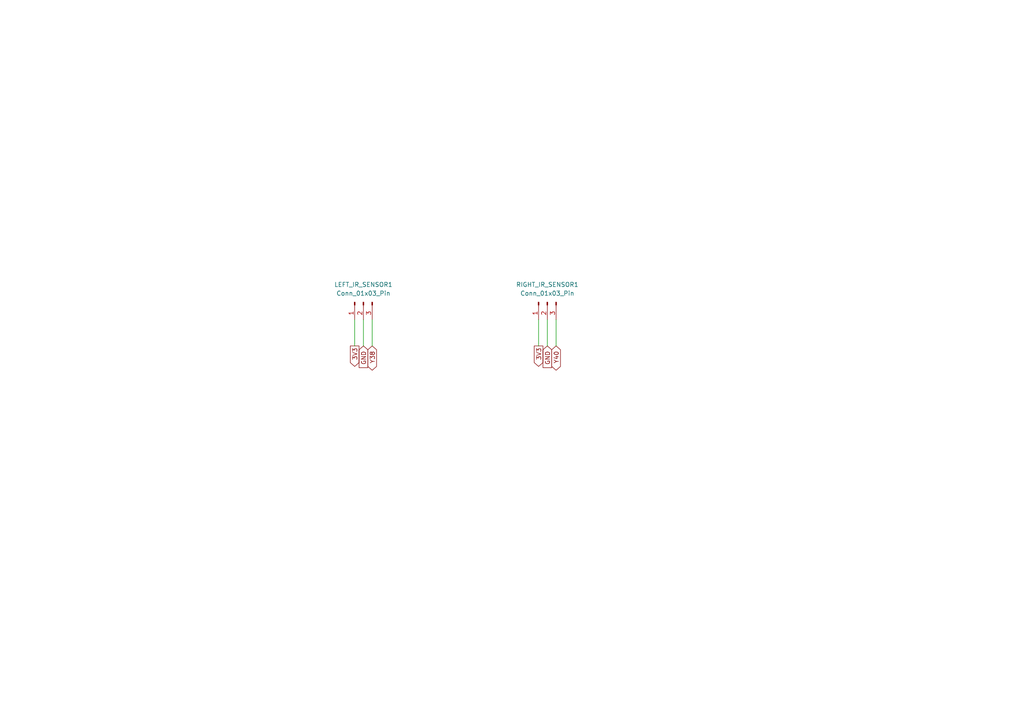
<source format=kicad_sch>
(kicad_sch (version 20231120) (generator "eeschema") (generator_version "8.0")
  (paper "A4")
  (lib_symbols
    (symbol "Connector:Conn_01x03_Pin" (pin_names (offset 1.016) hide)
      (property "Reference" "J" (at 0 5.08 0))
      (property "Value" "Conn_01x03_Pin" (at 0 -5.08 0))
      (symbol "Conn_01x03_Pin_1_1"
        (polyline (pts (xy 1.27 -2.54) (xy 0.8636 -2.54)) (stroke (width 0.1524)))
        (polyline (pts (xy 1.27 0) (xy 0.8636 0)) (stroke (width 0.1524)))
        (polyline (pts (xy 1.27 2.54) (xy 0.8636 2.54)) (stroke (width 0.1524)))
        (rectangle (start 0.8636 -2.413) (end 0 -2.667) (stroke (width 0.1524)) (fill (type outline)))
        (rectangle (start 0.8636 0.127) (end 0 -0.127) (stroke (width 0.1524)) (fill (type outline)))
        (rectangle (start 0.8636 2.667) (end 0 2.413) (stroke (width 0.1524)) (fill (type outline)))
        (pin passive line (at 5.08 2.54 180) (length 3.81) (name "Pin_1") (number "1"))
        (pin passive line (at 5.08 0 180) (length 3.81) (name "Pin_2") (number "2"))
        (pin passive line (at 5.08 -2.54 180) (length 3.81) (name "Pin_3") (number "3"))
      )
    )
  )
  (wire (pts (xy 156.21 92.71) (xy 156.21 100.33)))
  (wire (pts (xy 161.29 92.71) (xy 161.29 100.33)))
  (wire (pts (xy 158.75 92.71) (xy 158.75 100.33)))
  (wire (pts (xy 102.87 92.71) (xy 102.87 100.33)))
  (wire (pts (xy 105.41 92.71) (xy 105.41 100.33)))
  (wire (pts (xy 107.95 92.71) (xy 107.95 100.33)))
  (global_label "3V3" (shape output) (at 102.87 100.33 270) (property "Intersheetrefs" "${INTERSHEET_REFS}" (effects (hide yes))))
  (global_label "3V3" (shape output) (at 156.21 100.33 270) (property "Intersheetrefs" "${INTERSHEET_REFS}" (effects (hide yes))))
  (global_label "GND" (shape input) (at 105.41 100.33 270) (property "Intersheetrefs" "${INTERSHEET_REFS}" (effects (hide yes))))
  (global_label "Y38" (shape bidirectional) (at 107.95 100.33 270) (property "Intersheetrefs" "${INTERSHEET_REFS}" (effects (hide yes))))
  (global_label "GND" (shape input) (at 158.75 100.33 270) (property "Intersheetrefs" "${INTERSHEET_REFS}" (effects (hide yes))))
  (global_label "Y40" (shape bidirectional) (at 161.29 100.33 270) (property "Intersheetrefs" "${INTERSHEET_REFS}" (effects (hide yes))))
  (symbol (lib_id "Connector:Conn_01x03_Pin") (at 158.75 87.63 90) (mirror x) (unit 1)
    (property "Reference" "RIGHT_IR_SENSOR1" (at 158.75 82.55 90))
    (property "Value" "Conn_01x03_Pin" (at 158.75 85.09 90))
    (property "Footprint" "Connector_PinHeader_2.54mm:PinHeader_1x03_P2.54mm_Vertical_SMD_Pin1Left" (effects (hide yes)))
    (property "Description" "Generic connector, single row, 01x03, script generated" (effects (hide yes)))
  )
  (symbol (lib_id "Connector:Conn_01x03_Pin") (at 105.41 87.63 90) (mirror x) (unit 1)
    (property "Reference" "LEFT_IR_SENSOR1" (at 105.41 82.55 90))
    (property "Value" "Conn_01x03_Pin" (at 105.41 85.09 90))
    (property "Footprint" "Connector_PinHeader_2.54mm:PinHeader_1x03_P2.54mm_Vertical_SMD_Pin1Left" (effects (hide yes)))
    (property "Description" "Generic connector, single row, 01x03, script generated" (effects (hide yes)))
  )
)
</source>
